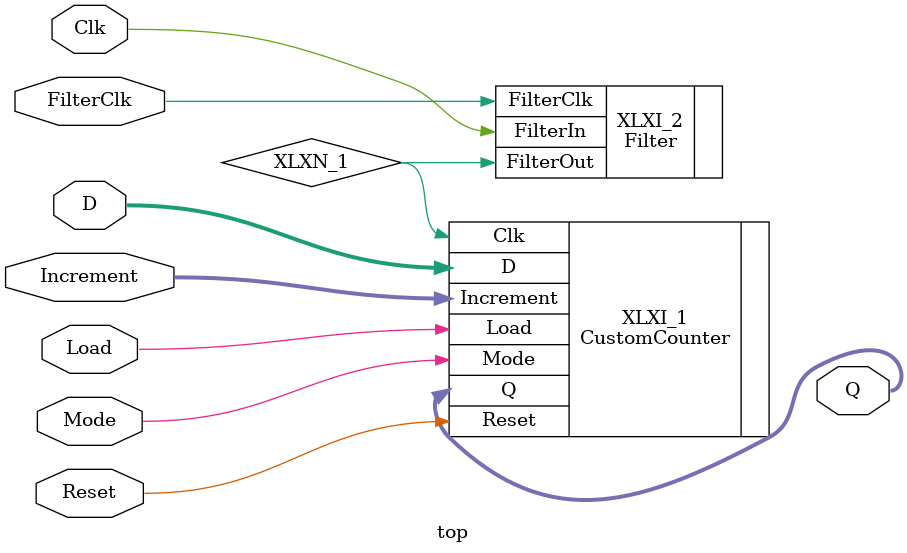
<source format=v>
`timescale 1ns / 1ps

module top(Clk, 
           D, 
           FilterClk, 
           Increment, 
           Load, 
           Mode, 
           Reset, 
           Q);

    input Clk;
    input [3:0] D;
    input FilterClk;
    input [2:0] Increment;
    input Load;
    input Mode;
    input Reset;
   output [3:0] Q;
   
   wire XLXN_1;
   
   CustomCounter XLXI_1 (.Clk(XLXN_1), 
                         .D(D[3:0]), 
                         .Increment(Increment[2:0]), 
                         .Load(Load), 
                         .Mode(Mode), 
                         .Reset(Reset), 
                         .Q(Q[3:0]));
   Filter XLXI_2 (.FilterClk(FilterClk), 
                  .FilterIn(Clk), 
                  .FilterOut(XLXN_1));
endmodule

</source>
